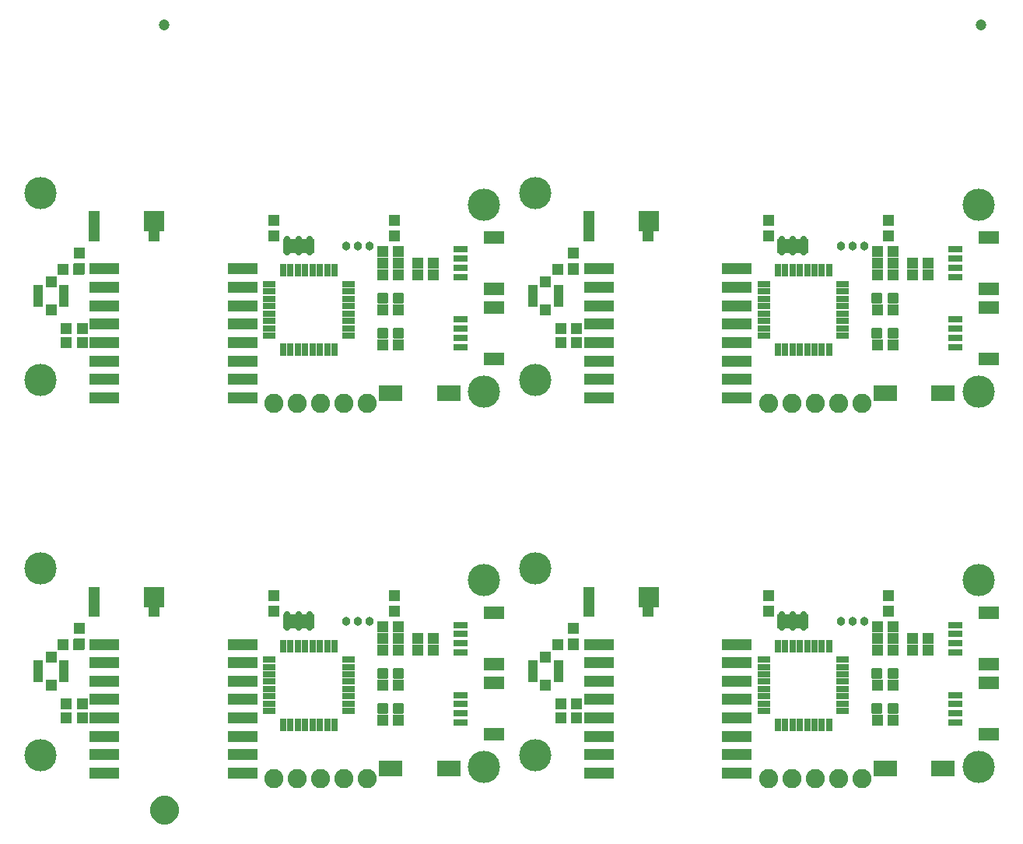
<source format=gts>
G75*
%MOIN*%
%OFA0B0*%
%FSLAX25Y25*%
%IPPOS*%
%LPD*%
%AMOC8*
5,1,8,0,0,1.08239X$1,22.5*
%
%ADD10C,0.01421*%
%ADD11C,0.13800*%
%ADD12R,0.08674X0.05524*%
%ADD13R,0.06115X0.03162*%
%ADD14R,0.04146X0.09461*%
%ADD15R,0.04737X0.04934*%
%ADD16R,0.05131X0.04737*%
%ADD17R,0.09855X0.07099*%
%ADD18R,0.04737X0.08674*%
%ADD19R,0.08674X0.08674*%
%ADD20R,0.03000X0.05800*%
%ADD21R,0.05800X0.03000*%
%ADD22C,0.02572*%
%ADD23R,0.13760X0.06040*%
%ADD24R,0.04737X0.05131*%
%ADD25C,0.08200*%
%ADD26R,0.12611X0.04737*%
%ADD27C,0.03800*%
%ADD28C,0.04737*%
%ADD29C,0.05000*%
%ADD30C,0.06706*%
D10*
X0236205Y0104342D02*
X0236205Y0107658D01*
X0236205Y0104342D02*
X0232889Y0104342D01*
X0232889Y0107658D01*
X0236205Y0107658D01*
X0236205Y0105762D02*
X0232889Y0105762D01*
X0232889Y0107182D02*
X0236205Y0107182D01*
X0243111Y0107658D02*
X0243111Y0104342D01*
X0239795Y0104342D01*
X0239795Y0107658D01*
X0243111Y0107658D01*
X0243111Y0105762D02*
X0239795Y0105762D01*
X0239795Y0107182D02*
X0243111Y0107182D01*
X0243111Y0119342D02*
X0243111Y0122658D01*
X0243111Y0119342D02*
X0239795Y0119342D01*
X0239795Y0122658D01*
X0243111Y0122658D01*
X0243111Y0120762D02*
X0239795Y0120762D01*
X0239795Y0122182D02*
X0243111Y0122182D01*
X0236205Y0122658D02*
X0236205Y0119342D01*
X0232889Y0119342D01*
X0232889Y0122658D01*
X0236205Y0122658D01*
X0236205Y0120762D02*
X0232889Y0120762D01*
X0232889Y0122182D02*
X0236205Y0122182D01*
X0236205Y0265043D02*
X0236205Y0268359D01*
X0236205Y0265043D02*
X0232889Y0265043D01*
X0232889Y0268359D01*
X0236205Y0268359D01*
X0236205Y0266463D02*
X0232889Y0266463D01*
X0232889Y0267883D02*
X0236205Y0267883D01*
X0243111Y0268359D02*
X0243111Y0265043D01*
X0239795Y0265043D01*
X0239795Y0268359D01*
X0243111Y0268359D01*
X0243111Y0266463D02*
X0239795Y0266463D01*
X0239795Y0267883D02*
X0243111Y0267883D01*
X0243111Y0280043D02*
X0243111Y0283359D01*
X0243111Y0280043D02*
X0239795Y0280043D01*
X0239795Y0283359D01*
X0243111Y0283359D01*
X0243111Y0281463D02*
X0239795Y0281463D01*
X0239795Y0282883D02*
X0243111Y0282883D01*
X0236205Y0283359D02*
X0236205Y0280043D01*
X0232889Y0280043D01*
X0232889Y0283359D01*
X0236205Y0283359D01*
X0236205Y0281463D02*
X0232889Y0281463D01*
X0232889Y0282883D02*
X0236205Y0282883D01*
X0448127Y0283359D02*
X0448127Y0280043D01*
X0444811Y0280043D01*
X0444811Y0283359D01*
X0448127Y0283359D01*
X0448127Y0281463D02*
X0444811Y0281463D01*
X0444811Y0282883D02*
X0448127Y0282883D01*
X0455032Y0283359D02*
X0455032Y0280043D01*
X0451716Y0280043D01*
X0451716Y0283359D01*
X0455032Y0283359D01*
X0455032Y0281463D02*
X0451716Y0281463D01*
X0451716Y0282883D02*
X0455032Y0282883D01*
X0455032Y0268359D02*
X0455032Y0265043D01*
X0451716Y0265043D01*
X0451716Y0268359D01*
X0455032Y0268359D01*
X0455032Y0266463D02*
X0451716Y0266463D01*
X0451716Y0267883D02*
X0455032Y0267883D01*
X0448127Y0268359D02*
X0448127Y0265043D01*
X0444811Y0265043D01*
X0444811Y0268359D01*
X0448127Y0268359D01*
X0448127Y0266463D02*
X0444811Y0266463D01*
X0444811Y0267883D02*
X0448127Y0267883D01*
X0448127Y0122658D02*
X0448127Y0119342D01*
X0444811Y0119342D01*
X0444811Y0122658D01*
X0448127Y0122658D01*
X0448127Y0120762D02*
X0444811Y0120762D01*
X0444811Y0122182D02*
X0448127Y0122182D01*
X0455032Y0122658D02*
X0455032Y0119342D01*
X0451716Y0119342D01*
X0451716Y0122658D01*
X0455032Y0122658D01*
X0455032Y0120762D02*
X0451716Y0120762D01*
X0451716Y0122182D02*
X0455032Y0122182D01*
X0455032Y0107658D02*
X0455032Y0104342D01*
X0451716Y0104342D01*
X0451716Y0107658D01*
X0455032Y0107658D01*
X0455032Y0105762D02*
X0451716Y0105762D01*
X0451716Y0107182D02*
X0455032Y0107182D01*
X0448127Y0107658D02*
X0448127Y0104342D01*
X0444811Y0104342D01*
X0444811Y0107658D01*
X0448127Y0107658D01*
X0448127Y0105762D02*
X0444811Y0105762D01*
X0444811Y0107182D02*
X0448127Y0107182D01*
D11*
X0088000Y0086000D03*
X0088000Y0166000D03*
X0088000Y0246701D03*
X0088000Y0326701D03*
X0278000Y0321701D03*
X0299921Y0326701D03*
X0299921Y0246701D03*
X0278000Y0241701D03*
X0299921Y0166000D03*
X0278000Y0161000D03*
X0299921Y0086000D03*
X0278000Y0081000D03*
X0489921Y0081000D03*
X0489921Y0161000D03*
X0489921Y0241701D03*
X0489921Y0321701D03*
D12*
X0494390Y0307724D03*
X0494390Y0285677D03*
X0494390Y0277724D03*
X0494390Y0255677D03*
X0494390Y0147024D03*
X0494390Y0124976D03*
X0494390Y0117024D03*
X0494390Y0094976D03*
X0282469Y0094976D03*
X0282469Y0117024D03*
X0282469Y0124976D03*
X0282469Y0147024D03*
X0282469Y0255677D03*
X0282469Y0277724D03*
X0282469Y0285677D03*
X0282469Y0307724D03*
D13*
X0268000Y0302606D03*
X0268000Y0298669D03*
X0268000Y0294732D03*
X0268000Y0290795D03*
X0268000Y0272606D03*
X0268000Y0268669D03*
X0268000Y0264732D03*
X0268000Y0260795D03*
X0268000Y0141906D03*
X0268000Y0137969D03*
X0268000Y0134031D03*
X0268000Y0130094D03*
X0268000Y0111906D03*
X0268000Y0107969D03*
X0268000Y0104031D03*
X0268000Y0100094D03*
X0479921Y0100094D03*
X0479921Y0104031D03*
X0479921Y0107969D03*
X0479921Y0111906D03*
X0479921Y0130094D03*
X0479921Y0134031D03*
X0479921Y0137969D03*
X0479921Y0141906D03*
X0479921Y0260795D03*
X0479921Y0264732D03*
X0479921Y0268669D03*
X0479921Y0272606D03*
X0479921Y0290795D03*
X0479921Y0294732D03*
X0479921Y0298669D03*
X0479921Y0302606D03*
D14*
X0309835Y0282701D03*
X0299008Y0282701D03*
X0097913Y0282701D03*
X0087087Y0282701D03*
X0087087Y0122000D03*
X0097913Y0122000D03*
X0299008Y0122000D03*
X0309835Y0122000D03*
D15*
X0304421Y0115996D03*
X0304421Y0128004D03*
X0304421Y0276697D03*
X0304421Y0288705D03*
X0092500Y0288705D03*
X0092500Y0276697D03*
X0092500Y0128004D03*
X0092500Y0115996D03*
D16*
X0099154Y0108000D03*
X0099154Y0102000D03*
X0105846Y0102000D03*
X0105846Y0108000D03*
X0104346Y0133500D03*
X0097654Y0133500D03*
X0234654Y0131000D03*
X0234654Y0136000D03*
X0234654Y0141000D03*
X0241346Y0141000D03*
X0241346Y0136000D03*
X0241346Y0131000D03*
X0249654Y0131000D03*
X0249654Y0136000D03*
X0256346Y0136000D03*
X0256346Y0131000D03*
X0241346Y0116000D03*
X0234654Y0116000D03*
X0234654Y0101000D03*
X0241346Y0101000D03*
X0311075Y0102000D03*
X0311075Y0108000D03*
X0317768Y0108000D03*
X0317768Y0102000D03*
X0316268Y0133500D03*
X0309575Y0133500D03*
X0446575Y0131000D03*
X0446575Y0136000D03*
X0446575Y0141000D03*
X0453268Y0141000D03*
X0453268Y0136000D03*
X0453268Y0131000D03*
X0461575Y0131000D03*
X0461575Y0136000D03*
X0468268Y0136000D03*
X0468268Y0131000D03*
X0453268Y0116000D03*
X0446575Y0116000D03*
X0446575Y0101000D03*
X0453268Y0101000D03*
X0453268Y0261701D03*
X0446575Y0261701D03*
X0446575Y0276701D03*
X0453268Y0276701D03*
X0453268Y0291701D03*
X0453268Y0296701D03*
X0453268Y0301701D03*
X0446575Y0301701D03*
X0446575Y0296701D03*
X0446575Y0291701D03*
X0461575Y0291701D03*
X0461575Y0296701D03*
X0468268Y0296701D03*
X0468268Y0291701D03*
X0316268Y0294201D03*
X0309575Y0294201D03*
X0311075Y0268701D03*
X0311075Y0262701D03*
X0317768Y0262701D03*
X0317768Y0268701D03*
X0256346Y0291701D03*
X0256346Y0296701D03*
X0249654Y0296701D03*
X0249654Y0291701D03*
X0241346Y0291701D03*
X0241346Y0296701D03*
X0241346Y0301701D03*
X0234654Y0301701D03*
X0234654Y0296701D03*
X0234654Y0291701D03*
X0234654Y0276701D03*
X0241346Y0276701D03*
X0241346Y0261701D03*
X0234654Y0261701D03*
X0105846Y0262701D03*
X0105846Y0268701D03*
X0099154Y0268701D03*
X0099154Y0262701D03*
X0097654Y0294201D03*
X0104346Y0294201D03*
D17*
X0238098Y0241201D03*
X0262902Y0241201D03*
X0450020Y0241201D03*
X0474823Y0241201D03*
X0474823Y0080500D03*
X0450020Y0080500D03*
X0262902Y0080500D03*
X0238098Y0080500D03*
D18*
X0322953Y0153874D03*
X0322953Y0314575D03*
X0111031Y0314575D03*
X0111031Y0153874D03*
D19*
X0136622Y0153874D03*
X0136622Y0314575D03*
X0348543Y0314575D03*
X0348543Y0153874D03*
D20*
X0403898Y0132900D03*
X0407047Y0132900D03*
X0410197Y0132900D03*
X0413346Y0132900D03*
X0416496Y0132900D03*
X0419646Y0132900D03*
X0422795Y0132900D03*
X0425945Y0132900D03*
X0425945Y0099100D03*
X0422795Y0099100D03*
X0419646Y0099100D03*
X0416496Y0099100D03*
X0413346Y0099100D03*
X0410197Y0099100D03*
X0407047Y0099100D03*
X0403898Y0099100D03*
X0214024Y0099100D03*
X0210874Y0099100D03*
X0207724Y0099100D03*
X0204575Y0099100D03*
X0201425Y0099100D03*
X0198276Y0099100D03*
X0195126Y0099100D03*
X0191976Y0099100D03*
X0191976Y0132900D03*
X0195126Y0132900D03*
X0198276Y0132900D03*
X0201425Y0132900D03*
X0204575Y0132900D03*
X0207724Y0132900D03*
X0210874Y0132900D03*
X0214024Y0132900D03*
X0214024Y0259801D03*
X0210874Y0259801D03*
X0207724Y0259801D03*
X0204575Y0259801D03*
X0201425Y0259801D03*
X0198276Y0259801D03*
X0195126Y0259801D03*
X0191976Y0259801D03*
X0191976Y0293601D03*
X0195126Y0293601D03*
X0198276Y0293601D03*
X0201425Y0293601D03*
X0204575Y0293601D03*
X0207724Y0293601D03*
X0210874Y0293601D03*
X0214024Y0293601D03*
X0403898Y0293601D03*
X0407047Y0293601D03*
X0410197Y0293601D03*
X0413346Y0293601D03*
X0416496Y0293601D03*
X0419646Y0293601D03*
X0422795Y0293601D03*
X0425945Y0293601D03*
X0425945Y0259801D03*
X0422795Y0259801D03*
X0419646Y0259801D03*
X0416496Y0259801D03*
X0413346Y0259801D03*
X0410197Y0259801D03*
X0407047Y0259801D03*
X0403898Y0259801D03*
D21*
X0398021Y0265677D03*
X0398021Y0268827D03*
X0398021Y0271976D03*
X0398021Y0275126D03*
X0398021Y0278276D03*
X0398021Y0281425D03*
X0398021Y0284575D03*
X0398021Y0287724D03*
X0431821Y0287724D03*
X0431821Y0284575D03*
X0431821Y0281425D03*
X0431821Y0278276D03*
X0431821Y0275126D03*
X0431821Y0271976D03*
X0431821Y0268827D03*
X0431821Y0265677D03*
X0431821Y0127024D03*
X0431821Y0123874D03*
X0431821Y0120724D03*
X0431821Y0117575D03*
X0431821Y0114425D03*
X0431821Y0111276D03*
X0431821Y0108126D03*
X0431821Y0104976D03*
X0398021Y0104976D03*
X0398021Y0108126D03*
X0398021Y0111276D03*
X0398021Y0114425D03*
X0398021Y0117575D03*
X0398021Y0120724D03*
X0398021Y0123874D03*
X0398021Y0127024D03*
X0219900Y0127024D03*
X0219900Y0123874D03*
X0219900Y0120724D03*
X0219900Y0117575D03*
X0219900Y0114425D03*
X0219900Y0111276D03*
X0219900Y0108126D03*
X0219900Y0104976D03*
X0186100Y0104976D03*
X0186100Y0108126D03*
X0186100Y0111276D03*
X0186100Y0114425D03*
X0186100Y0117575D03*
X0186100Y0120724D03*
X0186100Y0123874D03*
X0186100Y0127024D03*
X0186100Y0265677D03*
X0186100Y0268827D03*
X0186100Y0271976D03*
X0186100Y0275126D03*
X0186100Y0278276D03*
X0186100Y0281425D03*
X0186100Y0284575D03*
X0186100Y0287724D03*
X0219900Y0287724D03*
X0219900Y0284575D03*
X0219900Y0281425D03*
X0219900Y0278276D03*
X0219900Y0275126D03*
X0219900Y0271976D03*
X0219900Y0268827D03*
X0219900Y0265677D03*
D22*
X0203224Y0301337D02*
X0203224Y0307065D01*
X0198500Y0307065D02*
X0198500Y0301337D01*
X0193776Y0301337D02*
X0193776Y0307065D01*
X0193776Y0146364D02*
X0193776Y0140636D01*
X0198500Y0140636D02*
X0198500Y0146364D01*
X0203224Y0146364D02*
X0203224Y0140636D01*
X0405697Y0140636D02*
X0405697Y0146364D01*
X0410421Y0146364D02*
X0410421Y0140636D01*
X0415146Y0140636D02*
X0415146Y0146364D01*
X0415146Y0301337D02*
X0415146Y0307065D01*
X0410421Y0307065D02*
X0410421Y0301337D01*
X0405697Y0301337D02*
X0405697Y0307065D01*
D23*
X0410431Y0304211D03*
X0410431Y0143510D03*
X0198510Y0143510D03*
X0198510Y0304211D03*
D24*
X0188000Y0308354D03*
X0188000Y0315047D03*
X0136500Y0315047D03*
X0136500Y0308354D03*
X0111000Y0308354D03*
X0111000Y0315047D03*
X0104500Y0301047D03*
X0104500Y0294354D03*
X0239500Y0308354D03*
X0239500Y0315047D03*
X0316421Y0301047D03*
X0316421Y0294354D03*
X0322921Y0308354D03*
X0322921Y0315047D03*
X0348421Y0315047D03*
X0348421Y0308354D03*
X0399921Y0308354D03*
X0399921Y0315047D03*
X0451421Y0315047D03*
X0451421Y0308354D03*
X0451421Y0154346D03*
X0451421Y0147654D03*
X0399921Y0147654D03*
X0399921Y0154346D03*
X0348421Y0154346D03*
X0348421Y0147654D03*
X0322921Y0147654D03*
X0322921Y0154346D03*
X0316421Y0140346D03*
X0316421Y0133654D03*
X0239500Y0147654D03*
X0239500Y0154346D03*
X0188000Y0154346D03*
X0188000Y0147654D03*
X0136500Y0147654D03*
X0136500Y0154346D03*
X0111000Y0154346D03*
X0111000Y0147654D03*
X0104500Y0140346D03*
X0104500Y0133654D03*
D25*
X0188000Y0076000D03*
X0198000Y0076000D03*
X0208000Y0076000D03*
X0218000Y0076000D03*
X0228000Y0076000D03*
X0399921Y0076000D03*
X0409921Y0076000D03*
X0419921Y0076000D03*
X0429921Y0076000D03*
X0439921Y0076000D03*
X0439921Y0236701D03*
X0429921Y0236701D03*
X0419921Y0236701D03*
X0409921Y0236701D03*
X0399921Y0236701D03*
X0228000Y0236701D03*
X0218000Y0236701D03*
X0208000Y0236701D03*
X0198000Y0236701D03*
X0188000Y0236701D03*
D26*
X0174528Y0239142D03*
X0174528Y0247016D03*
X0174528Y0254890D03*
X0174528Y0262764D03*
X0174528Y0270638D03*
X0174528Y0278512D03*
X0174528Y0286386D03*
X0174528Y0294260D03*
X0115472Y0294260D03*
X0115472Y0286386D03*
X0115472Y0278512D03*
X0115472Y0270638D03*
X0115472Y0262764D03*
X0115472Y0254890D03*
X0115472Y0247016D03*
X0115472Y0239142D03*
X0115472Y0133559D03*
X0115472Y0125685D03*
X0115472Y0117811D03*
X0115472Y0109937D03*
X0115472Y0102063D03*
X0115472Y0094189D03*
X0115472Y0086315D03*
X0115472Y0078441D03*
X0174528Y0078441D03*
X0174528Y0086315D03*
X0174528Y0094189D03*
X0174528Y0102063D03*
X0174528Y0109937D03*
X0174528Y0117811D03*
X0174528Y0125685D03*
X0174528Y0133559D03*
X0327394Y0133559D03*
X0327394Y0125685D03*
X0327394Y0117811D03*
X0327394Y0109937D03*
X0327394Y0102063D03*
X0327394Y0094189D03*
X0327394Y0086315D03*
X0327394Y0078441D03*
X0386449Y0078441D03*
X0386449Y0086315D03*
X0386449Y0094189D03*
X0386449Y0102063D03*
X0386449Y0109937D03*
X0386449Y0117811D03*
X0386449Y0125685D03*
X0386449Y0133559D03*
X0386449Y0239142D03*
X0386449Y0247016D03*
X0386449Y0254890D03*
X0386449Y0262764D03*
X0386449Y0270638D03*
X0386449Y0278512D03*
X0386449Y0286386D03*
X0386449Y0294260D03*
X0327394Y0294260D03*
X0327394Y0286386D03*
X0327394Y0278512D03*
X0327394Y0270638D03*
X0327394Y0262764D03*
X0327394Y0254890D03*
X0327394Y0247016D03*
X0327394Y0239142D03*
D27*
X0229000Y0304201D03*
X0224000Y0304201D03*
X0219000Y0304201D03*
X0219000Y0143500D03*
X0224000Y0143500D03*
X0229000Y0143500D03*
X0430921Y0143500D03*
X0435921Y0143500D03*
X0440921Y0143500D03*
X0440921Y0304201D03*
X0435921Y0304201D03*
X0430921Y0304201D03*
D28*
X0490842Y0398652D03*
X0141000Y0398652D03*
D29*
X0137435Y0062750D02*
X0137437Y0062869D01*
X0137443Y0062988D01*
X0137453Y0063107D01*
X0137467Y0063225D01*
X0137485Y0063343D01*
X0137506Y0063460D01*
X0137532Y0063576D01*
X0137562Y0063692D01*
X0137595Y0063806D01*
X0137632Y0063919D01*
X0137673Y0064031D01*
X0137718Y0064142D01*
X0137766Y0064251D01*
X0137818Y0064358D01*
X0137874Y0064463D01*
X0137933Y0064567D01*
X0137995Y0064668D01*
X0138061Y0064768D01*
X0138130Y0064865D01*
X0138202Y0064959D01*
X0138278Y0065052D01*
X0138356Y0065141D01*
X0138437Y0065228D01*
X0138522Y0065313D01*
X0138609Y0065394D01*
X0138698Y0065472D01*
X0138791Y0065548D01*
X0138885Y0065620D01*
X0138982Y0065689D01*
X0139082Y0065755D01*
X0139183Y0065817D01*
X0139287Y0065876D01*
X0139392Y0065932D01*
X0139499Y0065984D01*
X0139608Y0066032D01*
X0139719Y0066077D01*
X0139831Y0066118D01*
X0139944Y0066155D01*
X0140058Y0066188D01*
X0140174Y0066218D01*
X0140290Y0066244D01*
X0140407Y0066265D01*
X0140525Y0066283D01*
X0140643Y0066297D01*
X0140762Y0066307D01*
X0140881Y0066313D01*
X0141000Y0066315D01*
X0141119Y0066313D01*
X0141238Y0066307D01*
X0141357Y0066297D01*
X0141475Y0066283D01*
X0141593Y0066265D01*
X0141710Y0066244D01*
X0141826Y0066218D01*
X0141942Y0066188D01*
X0142056Y0066155D01*
X0142169Y0066118D01*
X0142281Y0066077D01*
X0142392Y0066032D01*
X0142501Y0065984D01*
X0142608Y0065932D01*
X0142713Y0065876D01*
X0142817Y0065817D01*
X0142918Y0065755D01*
X0143018Y0065689D01*
X0143115Y0065620D01*
X0143209Y0065548D01*
X0143302Y0065472D01*
X0143391Y0065394D01*
X0143478Y0065313D01*
X0143563Y0065228D01*
X0143644Y0065141D01*
X0143722Y0065052D01*
X0143798Y0064959D01*
X0143870Y0064865D01*
X0143939Y0064768D01*
X0144005Y0064668D01*
X0144067Y0064567D01*
X0144126Y0064463D01*
X0144182Y0064358D01*
X0144234Y0064251D01*
X0144282Y0064142D01*
X0144327Y0064031D01*
X0144368Y0063919D01*
X0144405Y0063806D01*
X0144438Y0063692D01*
X0144468Y0063576D01*
X0144494Y0063460D01*
X0144515Y0063343D01*
X0144533Y0063225D01*
X0144547Y0063107D01*
X0144557Y0062988D01*
X0144563Y0062869D01*
X0144565Y0062750D01*
X0144563Y0062631D01*
X0144557Y0062512D01*
X0144547Y0062393D01*
X0144533Y0062275D01*
X0144515Y0062157D01*
X0144494Y0062040D01*
X0144468Y0061924D01*
X0144438Y0061808D01*
X0144405Y0061694D01*
X0144368Y0061581D01*
X0144327Y0061469D01*
X0144282Y0061358D01*
X0144234Y0061249D01*
X0144182Y0061142D01*
X0144126Y0061037D01*
X0144067Y0060933D01*
X0144005Y0060832D01*
X0143939Y0060732D01*
X0143870Y0060635D01*
X0143798Y0060541D01*
X0143722Y0060448D01*
X0143644Y0060359D01*
X0143563Y0060272D01*
X0143478Y0060187D01*
X0143391Y0060106D01*
X0143302Y0060028D01*
X0143209Y0059952D01*
X0143115Y0059880D01*
X0143018Y0059811D01*
X0142918Y0059745D01*
X0142817Y0059683D01*
X0142713Y0059624D01*
X0142608Y0059568D01*
X0142501Y0059516D01*
X0142392Y0059468D01*
X0142281Y0059423D01*
X0142169Y0059382D01*
X0142056Y0059345D01*
X0141942Y0059312D01*
X0141826Y0059282D01*
X0141710Y0059256D01*
X0141593Y0059235D01*
X0141475Y0059217D01*
X0141357Y0059203D01*
X0141238Y0059193D01*
X0141119Y0059187D01*
X0141000Y0059185D01*
X0140881Y0059187D01*
X0140762Y0059193D01*
X0140643Y0059203D01*
X0140525Y0059217D01*
X0140407Y0059235D01*
X0140290Y0059256D01*
X0140174Y0059282D01*
X0140058Y0059312D01*
X0139944Y0059345D01*
X0139831Y0059382D01*
X0139719Y0059423D01*
X0139608Y0059468D01*
X0139499Y0059516D01*
X0139392Y0059568D01*
X0139287Y0059624D01*
X0139183Y0059683D01*
X0139082Y0059745D01*
X0138982Y0059811D01*
X0138885Y0059880D01*
X0138791Y0059952D01*
X0138698Y0060028D01*
X0138609Y0060106D01*
X0138522Y0060187D01*
X0138437Y0060272D01*
X0138356Y0060359D01*
X0138278Y0060448D01*
X0138202Y0060541D01*
X0138130Y0060635D01*
X0138061Y0060732D01*
X0137995Y0060832D01*
X0137933Y0060933D01*
X0137874Y0061037D01*
X0137818Y0061142D01*
X0137766Y0061249D01*
X0137718Y0061358D01*
X0137673Y0061469D01*
X0137632Y0061581D01*
X0137595Y0061694D01*
X0137562Y0061808D01*
X0137532Y0061924D01*
X0137506Y0062040D01*
X0137485Y0062157D01*
X0137467Y0062275D01*
X0137453Y0062393D01*
X0137443Y0062512D01*
X0137437Y0062631D01*
X0137435Y0062750D01*
D30*
X0141000Y0062750D03*
M02*

</source>
